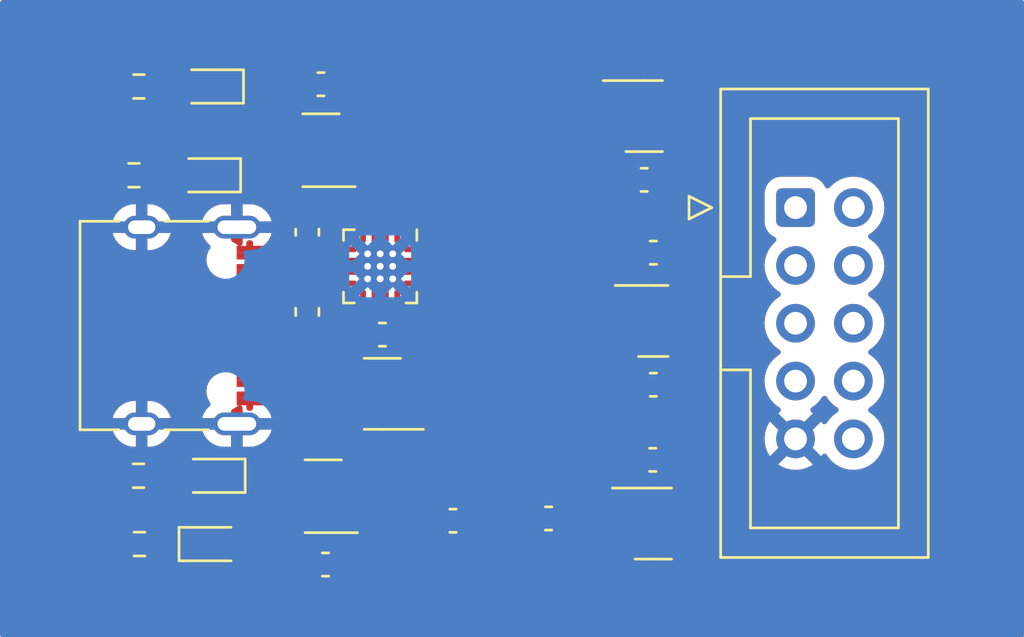
<source format=kicad_pcb>
(kicad_pcb (version 20211014) (generator pcbnew)
  (layers (0 "F.Cu" signal) (31 "B.Cu" signal) (34 "B.Paste" user) (35 "F.Paste" user) (36 "B.SilkS" user "B.Silkscreen") (37 "F.SilkS" user "F.Silkscreen") (38 "B.Mask" user) (39 "F.Mask" user) (44 "Edge.Cuts" user))
  (net 0 "")
  (net 1 "+5V")
  (net 2 "GND")
  (net 3 "+3V3")
  (net 4 "VDD")
  (net 5 "Net-(D1-Pad1)")
  (net 6 "Net-(D1-Pad2)")
  (net 7 "Net-(D2-Pad1)")
  (net 8 "Net-(D2-Pad2)")
  (net 9 "Net-(D3-Pad1)")
  (net 10 "Net-(D3-Pad2)")
  (net 11 "Net-(D4-Pad1)")
  (net 12 "Net-(D4-Pad2)")
  (net 13 "Net-(F1-Pad1)")
  (net 15 "Net-(J1-PadA6)")
  (net 16 "Net-(J1-PadA7)")
  (net 20 "/TXD")
  (net 21 "/RXD")
  (net 22 "/DTR")
  (net 23 "/RTS")
  (net 24 "/DCD")
  (net 25 "/RI")
  (net 26 "/DSR")
  (net 27 "/CTS")
  (net 28 "/ACT")
  (net 29 "Net-(U3-Pad1)")
  (net 30 "Net-(U3-Pad3)")
  (footprint "Resistor_SMD:R_0603_1608Metric" (layer "F.Cu") (at 141.085 83.9 180)
    (fp_text reference "R1" hide)
    (fp_text value "R")
    (fp_line (start -0.237258 -0.5225) (end 0.237258 -0.5225) (layer "F.SilkS") (width 0.12))
    (fp_line (start -0.237258 0.5225) (end 0.237258 0.5225) (layer "F.SilkS") (width 0.12))
    (pad "1" smd roundrect (at -0.825 0 180) (size 0.8 0.95) (layers "F.Cu" "F.Paste" "F.Mask") (net 6 "Net-(D1-Pad2)"))
    (pad "2" smd roundrect (at 0.825 0 180) (size 0.8 0.95) (layers "F.Cu" "F.Paste" "F.Mask") (net 1 "+5V"))
  )
  (footprint "Package_TO_SOT_SMD:SOT-23" (layer "F.Cu") (at 163.7 77.1)
    (fp_text reference "D5" hide)
    (fp_text value "BAV99")
    (fp_line (start 0 -1.56) (end -1.675 -1.56) (layer "F.SilkS") (width 0.12))
    (fp_line (start 0 1.56) (end 0.65 1.56) (layer "F.SilkS") (width 0.12))
    (fp_line (start 0 -1.56) (end 0.65 -1.56) (layer "F.SilkS") (width 0.12))
    (fp_line (start 0 1.56) (end -0.65 1.56) (layer "F.SilkS") (width 0.12))
    (pad "1" smd roundrect (at -0.9375 -0.95) (size 1.475 0.6) (layers "F.Cu" "F.Paste" "F.Mask") (net 2 "GND"))
    (pad "2" smd roundrect (at -0.9375 0.95) (size 1.475 0.6) (layers "F.Cu" "F.Paste" "F.Mask") (net 1 "+5V"))
    (pad "3" smd roundrect (at 0.9375 0) (size 1.475 0.6) (layers "F.Cu" "F.Paste" "F.Mask") (net 4 "VDD"))
  )
  (footprint "LED_SMD:LED_0603_1608Metric" (layer "F.Cu") (at 144.35 86.9)
    (fp_text reference "D4" hide)
    (fp_text value "GNR")
    (fp_line (start -1.485 -0.735) (end -1.485 0.735) (layer "F.SilkS") (width 0.12))
    (fp_line (start -1.485 0.735) (end 0.8 0.735) (layer "F.SilkS") (width 0.12))
    (fp_line (start 0.8 -0.735) (end -1.485 -0.735) (layer "F.SilkS") (width 0.12))
    (pad "1" smd roundrect (at -0.7875 0) (size 0.875 0.95) (layers "F.Cu" "F.Paste" "F.Mask") (net 11 "Net-(D4-Pad1)"))
    (pad "2" smd roundrect (at 0.7875 0) (size 0.875 0.95) (layers "F.Cu" "F.Paste" "F.Mask") (net 12 "Net-(D4-Pad2)"))
  )
  (footprint "LED_SMD:LED_0603_1608Metric" (layer "F.Cu") (at 144.285 83.9 180)
    (fp_text reference "D1" hide)
    (fp_text value "RED")
    (fp_line (start 0.8 -0.735) (end -1.485 -0.735) (layer "F.SilkS") (width 0.12))
    (fp_line (start -1.485 -0.735) (end -1.485 0.735) (layer "F.SilkS") (width 0.12))
    (fp_line (start -1.485 0.735) (end 0.8 0.735) (layer "F.SilkS") (width 0.12))
    (pad "1" smd roundrect (at -0.7875 0 180) (size 0.875 0.95) (layers "F.Cu" "F.Paste" "F.Mask") (net 5 "Net-(D1-Pad1)"))
    (pad "2" smd roundrect (at 0.7875 0 180) (size 0.875 0.95) (layers "F.Cu" "F.Paste" "F.Mask") (net 6 "Net-(D1-Pad2)"))
  )
  (footprint "Resistor_SMD:R_0603_1608Metric" (layer "F.Cu") (at 141.125 86.9 180)
    (fp_text reference "R4" hide)
    (fp_text value "R")
    (fp_line (start -0.237258 -0.5225) (end 0.237258 -0.5225) (layer "F.SilkS") (width 0.12))
    (fp_line (start -0.237258 0.5225) (end 0.237258 0.5225) (layer "F.SilkS") (width 0.12))
    (pad "1" smd roundrect (at -0.825 0 180) (size 0.8 0.95) (layers "F.Cu" "F.Paste" "F.Mask") (net 11 "Net-(D4-Pad1)"))
    (pad "2" smd roundrect (at 0.825 0 180) (size 0.8 0.95) (layers "F.Cu" "F.Paste" "F.Mask") (net 2 "GND"))
  )
  (footprint "Resistor_SMD:R_0603_1608Metric" (layer "F.Cu") (at 141.1 66.8 180)
    (fp_text reference "R3" hide)
    (fp_text value "R")
    (fp_line (start -0.237258 -0.5225) (end 0.237258 -0.5225) (layer "F.SilkS") (width 0.12))
    (fp_line (start -0.237258 0.5225) (end 0.237258 0.5225) (layer "F.SilkS") (width 0.12))
    (pad "1" smd roundrect (at -0.825 0 180) (size 0.8 0.95) (layers "F.Cu" "F.Paste" "F.Mask") (net 10 "Net-(D3-Pad2)"))
    (pad "2" smd roundrect (at 0.825 0 180) (size 0.8 0.95) (layers "F.Cu" "F.Paste" "F.Mask") (net 1 "+5V"))
  )
  (footprint "Capacitor_SMD:C_0603_1608Metric" (layer "F.Cu") (at 151.8 77.7)
    (fp_text reference "C4" hide)
    (fp_text value "100n")
    (fp_line (start -0.14058 -0.51) (end 0.14058 -0.51) (layer "F.SilkS") (width 0.12))
    (fp_line (start -0.14058 0.51) (end 0.14058 0.51) (layer "F.SilkS") (width 0.12))
    (pad "1" smd roundrect (at -0.775 0) (size 0.9 0.95) (layers "F.Cu" "F.Paste" "F.Mask") (net 1 "+5V"))
    (pad "2" smd roundrect (at 0.775 0) (size 0.9 0.95) (layers "F.Cu" "F.Paste" "F.Mask") (net 2 "GND"))
  )
  (footprint "Connector_IDC:IDC-Header_2x05_P2.54mm_Vertical" (layer "F.Cu") (at 169.9475 72.12)
    (fp_text reference "J2" hide)
    (fp_text value "Conn_02x05_Odd_Even")
    (fp_line (start -3.29 15.37) (end -3.29 -5.21) (layer "F.SilkS") (width 0.12))
    (fp_line (start -1.98 3.03) (end -1.98 -3.91) (layer "F.SilkS") (width 0.12))
    (fp_line (start -3.29 3.03) (end -1.98 3.03) (layer "F.SilkS") (width 0.12))
    (fp_line (start -1.98 7.13) (end -3.29 7.13) (layer "F.SilkS") (width 0.12))
    (fp_line (start 4.52 -3.91) (end 4.52 14.07) (layer "F.SilkS") (width 0.12))
    (fp_line (start -3.68 0) (end -4.68 -0.5) (layer "F.SilkS") (width 0.12))
    (fp_line (start -4.68 -0.5) (end -4.68 0.5) (layer "F.SilkS") (width 0.12))
    (fp_line (start -1.98 -3.91) (end 4.52 -3.91) (layer "F.SilkS") (width 0.12))
    (fp_line (start -3.29 -5.21) (end 5.83 -5.21) (layer "F.SilkS") (width 0.12))
    (fp_line (start 4.52 14.07) (end -1.98 14.07) (layer "F.SilkS") (width 0.12))
    (fp_line (start 5.83 -5.21) (end 5.83 15.37) (layer "F.SilkS") (width 0.12))
    (fp_line (start 5.83 15.37) (end -3.29 15.37) (layer "F.SilkS") (width 0.12))
    (fp_line (start -1.98 7.13) (end -1.98 7.13) (layer "F.SilkS") (width 0.12))
    (fp_line (start -1.98 14.07) (end -1.98 7.13) (layer "F.SilkS") (width 0.12))
    (fp_line (start -4.68 0.5) (end -3.68 0) (layer "F.SilkS") (width 0.12))
    (pad "1" thru_hole roundrect (at 0 0) (size 1.7 1.7) (drill 1) (layers *.Cu *.Mask) (roundrect_rratio 0.147059) (net 4 "VDD"))
    (pad "2" thru_hole circle (at 2.54 0) (size 1.7 1.7) (drill 1) (layers *.Cu *.Mask) (net 27 "/CTS"))
    (pad "3" thru_hole circle (at 0 2.54) (size 1.7 1.7) (drill 1) (layers *.Cu *.Mask) (net 20 "/TXD"))
    (pad "4" thru_hole circle (at 2.54 2.54) (size 1.7 1.7) (drill 1) (layers *.Cu *.Mask) (net 26 "/DSR"))
    (pad "5" thru_hole circle (at 0 5.08) (size 1.7 1.7) (drill 1) (layers *.Cu *.Mask) (net 21 "/RXD"))
    (pad "6" thru_hole circle (at 2.54 5.08) (size 1.7 1.7) (drill 1) (layers *.Cu *.Mask) (net 25 "/RI"))
    (pad "7" thru_hole circle (at 0 7.62) (size 1.7 1.7) (drill 1) (layers *.Cu *.Mask) (net 22 "/DTR"))
    (pad "8" thru_hole circle (at 2.54 7.62) (size 1.7 1.7) (drill 1) (layers *.Cu *.Mask) (net 24 "/DCD"))
    (pad "9" thru_hole circle (at 0 10.16) (size 1.7 1.7) (drill 1) (layers *.Cu *.Mask) (net 2 "GND"))
    (pad "10" thru_hole circle (at 2.54 10.16) (size 1.7 1.7) (drill 1) (layers *.Cu *.Mask) (net 23 "/RTS"))
  )
  (footprint "Package_SO:TSOP-6_1.65x3.05mm_P0.95mm" (layer "F.Cu") (at 149.1 69.6 180)
    (fp_text reference "U2" hide)
    (fp_text value "74LVC2G17")
    (fp_line (start 0.8 -1.6) (end -1.5 -1.6) (layer "F.SilkS") (width 0.12))
    (fp_line (start -0.8 1.6) (end 0.8 1.6) (layer "F.SilkS") (width 0.12))
    (pad "1" smd rect (at -1.16 -0.95 180) (size 0.7 0.51) (layers "F.Cu" "F.Paste" "F.Mask") (net 20 "/TXD"))
    (pad "2" smd rect (at -1.16 0 180) (size 0.7 0.51) (layers "F.Cu" "F.Paste" "F.Mask") (net 2 "GND"))
    (pad "3" smd rect (at -1.16 0.95 180) (size 0.7 0.51) (layers "F.Cu" "F.Paste" "F.Mask") (net 4 "VDD"))
    (pad "4" smd rect (at 1.16 0.95 180) (size 0.7 0.51) (layers "F.Cu" "F.Paste" "F.Mask") (net 12 "Net-(D4-Pad2)"))
    (pad "5" smd rect (at 1.16 0 180) (size 0.7 0.51) (layers "F.Cu" "F.Paste" "F.Mask") (net 1 "+5V"))
    (pad "6" smd rect (at 1.16 -0.95 180) (size 0.7 0.51) (layers "F.Cu" "F.Paste" "F.Mask") (net 7 "Net-(D2-Pad1)"))
  )
  (footprint "Capacitor_SMD:C_0603_1608Metric" (layer "F.Cu") (at 163.7 79.9 180)
    (fp_text reference "C6" hide)
    (fp_text value "100n")
    (fp_line (start -0.14058 0.51) (end 0.14058 0.51) (layer "F.SilkS") (width 0.12))
    (fp_line (start -0.14058 -0.51) (end 0.14058 -0.51) (layer "F.SilkS") (width 0.12))
    (pad "1" smd roundrect (at -0.775 0 180) (size 0.9 0.95) (layers "F.Cu" "F.Paste" "F.Mask") (net 4 "VDD"))
    (pad "2" smd roundrect (at 0.775 0 180) (size 0.9 0.95) (layers "F.Cu" "F.Paste" "F.Mask") (net 2 "GND"))
  )
  (footprint "Capacitor_SMD:C_0603_1608Metric" (layer "F.Cu") (at 163.7 74.1 180)
    (fp_text reference "C7" hide)
    (fp_text value "1u")
    (fp_line (start -0.14058 0.51) (end 0.14058 0.51) (layer "F.SilkS") (width 0.12))
    (fp_line (start -0.14058 -0.51) (end 0.14058 -0.51) (layer "F.SilkS") (width 0.12))
    (pad "1" smd roundrect (at -0.775 0 180) (size 0.9 0.95) (layers "F.Cu" "F.Paste" "F.Mask") (net 4 "VDD"))
    (pad "2" smd roundrect (at 0.775 0 180) (size 0.9 0.95) (layers "F.Cu" "F.Paste" "F.Mask") (net 2 "GND"))
  )
  (footprint "Capacitor_SMD:C_0603_1608Metric" (layer "F.Cu") (at 149.3 87.8)
    (fp_text reference "C10" hide)
    (fp_text value "100n")
    (fp_line (start -0.14058 -0.51) (end 0.14058 -0.51) (layer "F.SilkS") (width 0.12))
    (fp_line (start -0.14058 0.51) (end 0.14058 0.51) (layer "F.SilkS") (width 0.12))
    (pad "1" smd roundrect (at -0.775 0) (size 0.9 0.95) (layers "F.Cu" "F.Paste" "F.Mask") (net 1 "+5V"))
    (pad "2" smd roundrect (at 0.775 0) (size 0.9 0.95) (layers "F.Cu" "F.Paste" "F.Mask") (net 2 "GND"))
  )
  (footprint "Fuse:Fuse_0603_1608Metric" (layer "F.Cu") (at 148.5 76.7 -90)
    (fp_text reference "F1" hide)
    (fp_text value "100mA")
    (fp_line (start -0.162779 -0.51) (end 0.162779 -0.51) (layer "F.SilkS") (width 0.12))
    (fp_line (start -0.162779 0.51) (end 0.162779 0.51) (layer "F.SilkS") (width 0.12))
    (pad "1" smd roundrect (at -0.7875 0 270) (size 0.875 0.95) (layers "F.Cu" "F.Paste" "F.Mask") (net 13 "Net-(F1-Pad1)"))
    (pad "2" smd roundrect (at 0.7875 0 270) (size 0.875 0.95) (layers "F.Cu" "F.Paste" "F.Mask") (net 1 "+5V"))
  )
  (footprint "LED_SMD:LED_0603_1608Metric" (layer "F.Cu") (at 144.2125 66.8 180)
    (fp_text reference "D3" hide)
    (fp_text value "BLUE")
    (fp_line (start -1.485 0.735) (end 0.8 0.735) (layer "F.SilkS") (width 0.12))
    (fp_line (start 0.8 -0.735) (end -1.485 -0.735) (layer "F.SilkS") (width 0.12))
    (fp_line (start -1.485 -0.735) (end -1.485 0.735) (layer "F.SilkS") (width 0.12))
    (pad "1" smd roundrect (at -0.7875 0 180) (size 0.875 0.95) (layers "F.Cu" "F.Paste" "F.Mask") (net 9 "Net-(D3-Pad1)"))
    (pad "2" smd roundrect (at 0.7875 0 180) (size 0.875 0.95) (layers "F.Cu" "F.Paste" "F.Mask") (net 10 "Net-(D3-Pad2)"))
  )
  (footprint "Package_SO:TSOP-6_1.65x3.05mm_P0.95mm" (layer "F.Cu") (at 149.2 84.8 180)
    (fp_text reference "U1" hide)
    (fp_text value "74LVC2G17")
    (fp_line (start 0.8 -1.6) (end -1.5 -1.6) (layer "F.SilkS") (width 0.12))
    (fp_line (start -0.8 1.6) (end 0.8 1.6) (layer "F.SilkS") (width 0.12))
    (pad "1" smd rect (at -1.16 -0.95 180) (size 0.7 0.51) (layers "F.Cu" "F.Paste" "F.Mask") (net 28 "/ACT"))
    (pad "2" smd rect (at -1.16 0 180) (size 0.7 0.51) (layers "F.Cu" "F.Paste" "F.Mask") (net 2 "GND"))
    (pad "3" smd rect (at -1.16 0.95 180) (size 0.7 0.51) (layers "F.Cu" "F.Paste" "F.Mask") (net 21 "/RXD"))
    (pad "4" smd rect (at 1.16 0.95 180) (size 0.7 0.51) (layers "F.Cu" "F.Paste" "F.Mask") (net 9 "Net-(D3-Pad1)"))
    (pad "5" smd rect (at 1.16 0 180) (size 0.7 0.51) (layers "F.Cu" "F.Paste" "F.Mask") (net 1 "+5V"))
    (pad "6" smd rect (at 1.16 -0.95 180) (size 0.7 0.51) (layers "F.Cu" "F.Paste" "F.Mask") (net 5 "Net-(D1-Pad1)"))
  )
  (footprint "Resistor_SMD:R_0603_1608Metric" (layer "F.Cu") (at 140.885 70.7 180)
    (fp_text reference "R2" hide)
    (fp_text value "R")
    (fp_line (start -0.237258 -0.5225) (end 0.237258 -0.5225) (layer "F.SilkS") (width 0.12))
    (fp_line (start -0.237258 0.5225) (end 0.237258 0.5225) (layer "F.SilkS") (width 0.12))
    (pad "1" smd roundrect (at -0.825 0 180) (size 0.8 0.95) (layers "F.Cu" "F.Paste" "F.Mask") (net 8 "Net-(D2-Pad2)"))
    (pad "2" smd roundrect (at 0.825 0 180) (size 0.8 0.95) (layers "F.Cu" "F.Paste" "F.Mask") (net 1 "+5V"))
  )
  (footprint "Capacitor_SMD:C_0603_1608Metric" (layer "F.Cu") (at 154.9 85.875)
    (fp_text reference "C1" hide)
    (fp_text value "100n")
    (fp_line (start -0.14058 0.51) (end 0.14058 0.51) (layer "F.SilkS") (width 0.12))
    (fp_line (start -0.14058 -0.51) (end 0.14058 -0.51) (layer "F.SilkS") (width 0.12))
    (pad "1" smd roundrect (at -0.775 0) (size 0.9 0.95) (layers "F.Cu" "F.Paste" "F.Mask") (net 1 "+5V"))
    (pad "2" smd roundrect (at 0.775 0) (size 0.9 0.95) (layers "F.Cu" "F.Paste" "F.Mask") (net 2 "GND"))
  )
  (footprint "Capacitor_SMD:C_0603_1608Metric" (layer "F.Cu") (at 159.1 85.775)
    (fp_text reference "C2" hide)
    (fp_text value "1u")
    (fp_line (start -0.14058 -0.51) (end 0.14058 -0.51) (layer "F.SilkS") (width 0.12))
    (fp_line (start -0.14058 0.51) (end 0.14058 0.51) (layer "F.SilkS") (width 0.12))
    (pad "1" smd roundrect (at -0.775 0) (size 0.9 0.95) (layers "F.Cu" "F.Paste" "F.Mask") (net 1 "+5V"))
    (pad "2" smd roundrect (at 0.775 0) (size 0.9 0.95) (layers "F.Cu" "F.Paste" "F.Mask") (net 2 "GND"))
  )
  (footprint "Package_DFN_QFN:QFN-16-1EP_3x3mm_P0.5mm_EP1.7x1.7mm_ThermalVias" (layer "F.Cu") (at 151.7 74.7 -90)
    (fp_text reference "U4" hide)
    (fp_text value "CH343P")
    (fp_line (start 1.61 1.61) (end 1.61 1.135) (layer "F.SilkS") (width 0.12))
    (fp_line (start 1.135 1.61) (end 1.61 1.61) (layer "F.SilkS") (width 0.12))
    (fp_line (start -1.135 -1.61) (end -1.61 -1.61) (layer "F.SilkS") (width 0.12))
    (fp_line (start 1.61 -1.61) (end 1.61 -1.135) (layer "F.SilkS") (width 0.12))
    (fp_line (start 1.135 -1.61) (end 1.61 -1.61) (layer "F.SilkS") (width 0.12))
    (fp_line (start -1.61 1.61) (end -1.61 1.135) (layer "F.SilkS") (width 0.12))
    (fp_line (start -1.135 1.61) (end -1.61 1.61) (layer "F.SilkS") (width 0.12))
    (pad "1" smd roundrect (at -1.45 -0.75 270) (size 0.8 0.25) (layers "F.Cu" "F.Paste" "F.Mask") (net 4 "VDD"))
    (pad "2" smd roundrect (at -1.45 -0.25 270) (size 0.8 0.25) (layers "F.Cu" "F.Paste" "F.Mask") (net 2 "GND"))
    (pad "3" smd roundrect (at -1.45 0.25 270) (size 0.8 0.25) (layers "F.Cu" "F.Paste" "F.Mask") (net 1 "+5V"))
    (pad "4" smd roundrect (at -1.45 0.75 270) (size 0.8 0.25) (layers "F.Cu" "F.Paste" "F.Mask") (net 20 "/TXD"))
    (pad "5" smd roundrect (at -0.75 1.45 270) (size 0.25 0.8) (layers "F.Cu" "F.Paste" "F.Mask") (net 21 "/RXD"))
    (pad "6" smd roundrect (at -0.25 1.45 270) (size 0.25 0.8) (layers "F.Cu" "F.Paste" "F.Mask") (net 3 "+3V3"))
    (pad "7" smd roundrect (at 0.25 1.45 270) (size 0.25 0.8) (layers "F.Cu" "F.Paste" "F.Mask") (net 29 "Net-(U3-Pad1)"))
    (pad "8" smd roundrect (at 0.75 1.45 270) (size 0.25 0.8) (layers "F.Cu" "F.Paste" "F.Mask") (net 30 "Net-(U3-Pad3)"))
    (pad "9" smd roundrect (at 1.45 0.75 270) (size 0.8 0.25) (layers "F.Cu" "F.Paste" "F.Mask") (net 1 "+5V"))
    (pad "10" smd roundrect (at 1.45 0.25 270) (size 0.8 0.25) (layers "F.Cu" "F.Paste" "F.Mask") (net 28 "/ACT"))
    (pad "11" smd roundrect (at 1.45 -0.25 270) (size 0.8 0.25) (layers "F.Cu" "F.Paste" "F.Mask") (net 24 "/DCD"))
    (pad "12" smd roundrect (at 1.45 -0.75 270) (size 0.8 0.25) (layers "F.Cu" "F.Paste" "F.Mask") (net 22 "/DTR"))
    (pad "13" smd roundrect (at 0.75 -1.45 270) (size 0.25 0.8) (layers "F.Cu" "F.Paste" "F.Mask") (net 23 "/RTS"))
    (pad "14" smd roundrect (at 0.25 -1.45 270) (size 0.25 0.8) (layers "F.Cu" "F.Paste" "F.Mask") (net 26 "/DSR"))
    (pad "15" smd roundrect (at -0.25 -1.45 270) (size 0.25 0.8) (layers "F.Cu" "F.Paste" "F.Mask") (net 27 "/CTS"))
    (pad "16" smd roundrect (at -0.75 -1.45 270) (size 0.25 0.8) (layers "F.Cu" "F.Paste" "F.Mask") (net 25 "/RI"))
    (pad "17" thru_hole circle (at 0 -0.55 270) (size 0.6 0.6) (drill 0.3) (layers *.Cu) (net 2 "GND"))
    (pad "17" thru_hole circle (at 0.55 0 270) (size 0.6 0.6) (drill 0.3) (layers *.Cu) (net 2 "GND"))
    (pad "17" thru_hole circle (at -0.55 0.55 270) (size 0.6 0.6) (drill 0.3) (layers *.Cu) (net 2 "GND"))
    (pad "17" thru_hole circle (at 0.55 -0.55 270) (size 0.6 0.6) (drill 0.3) (layers *.Cu) (net 2 "GND"))
    (pad "17" thru_hole circle (at 0.55 0.55 270) (size 0.6 0.6) (drill 0.3) (layers *.Cu) (net 2 "GND"))
    (pad "17" thru_hole circle (at 0 0.55 270) (size 0.6 0.6) (drill 0.3) (layers *.Cu) (net 2 "GND"))
    (pad "17" smd roundrect (at 0 0 270) (size 1.7 1.7) (layers "F.Cu" "F.Mask") (roundrect_rratio 0.147059) (net 2 "GND"))
    (pad "17" smd roundrect (at 0 0 270) (size 1.7 1.7) (layers "B.Cu") (roundrect_rratio 0.147059) (net 2 "GND"))
    (pad "17" thru_hole circle (at -0.55 0 270) (size 0.6 0.6) (drill 0.3) (layers *.Cu) (net 2 "GND"))
    (pad "17" thru_hole circle (at 0 0 270) (size 0.6 0.6) (drill 0.3) (layers *.Cu) (net 2 "GND"))
    (pad "17" thru_hole circle (at -0.55 -0.55 270) (size 0.6 0.6) (drill 0.3) (layers *.Cu) (net 2 "GND"))
  )
  (footprint "Capacitor_SMD:C_0603_1608Metric" (layer "F.Cu") (at 148.5 73.2 90)
    (fp_text reference "C3" hide)
    (fp_text value "100n")
    (fp_line (start -0.14058 0.51) (end 0.14058 0.51) (layer "F.SilkS") (width 0.12))
    (fp_line (start -0.14058 -0.51) (end 0.14058 -0.51) (layer "F.SilkS") (width 0.12))
    (pad "1" smd roundrect (at -0.775 0 90) (size 0.9 0.95) (layers "F.Cu" "F.Paste" "F.Mask") (net 3 "+3V3"))
    (pad "2" smd roundrect (at 0.775 0 90) (size 0.9 0.95) (layers "F.Cu" "F.Paste" "F.Mask") (net 2 "GND"))
  )
  (footprint "Capacitor_SMD:C_0603_1608Metric" (layer "F.Cu") (at 163.3 70.9 180)
    (fp_text reference "C5" hide)
    (fp_text value "100n")
    (fp_line (start -0.14058 0.51) (end 0.14058 0.51) (layer "F.SilkS") (width 0.12))
    (fp_line (start -0.14058 -0.51) (end 0.14058 -0.51) (layer "F.SilkS") (width 0.12))
    (pad "1" smd roundrect (at -0.775 0 180) (size 0.9 0.95) (layers "F.Cu" "F.Paste" "F.Mask") (net 4 "VDD"))
    (pad "2" smd roundrect (at 0.775 0 180) (size 0.9 0.95) (layers "F.Cu" "F.Paste" "F.Mask") (net 2 "GND"))
  )
  (footprint "LED_SMD:LED_0603_1608Metric" (layer "F.Cu") (at 144.085 70.7 180)
    (fp_text reference "D2" hide)
    (fp_text value "BLUE")
    (fp_line (start -1.485 0.735) (end 0.8 0.735) (layer "F.SilkS") (width 0.12))
    (fp_line (start 0.8 -0.735) (end -1.485 -0.735) (layer "F.SilkS") (width 0.12))
    (fp_line (start -1.485 -0.735) (end -1.485 0.735) (layer "F.SilkS") (width 0.12))
    (pad "1" smd roundrect (at -0.7875 0 180) (size 0.875 0.95) (layers "F.Cu" "F.Paste" "F.Mask") (net 7 "Net-(D2-Pad1)"))
    (pad "2" smd roundrect (at 0.7875 0 180) (size 0.875 0.95) (layers "F.Cu" "F.Paste" "F.Mask") (net 8 "Net-(D2-Pad2)"))
  )
  (footprint "Package_TO_SOT_SMD:SOT-23-6" (layer "F.Cu") (at 163.7 86)
    (fp_text reference "U5" hide)
    (fp_text value "SRV05-4")
    (fp_line (start 0 1.56) (end 0.8 1.56) (layer "F.SilkS") (width 0.12))
    (fp_line (start 0 -1.56) (end 0.8 -1.56) (layer "F.SilkS") (width 0.12))
    (fp_line (start 0 1.56) (end -0.8 1.56) (layer "F.SilkS") (width 0.12))
    (fp_line (start 0 -1.56) (end -1.8 -1.56) (layer "F.SilkS") (width 0.12))
    (pad "1" smd roundrect (at -1.1375 -0.95) (size 1.325 0.6) (layers "F.Cu" "F.Paste" "F.Mask") (net 20 "/TXD"))
    (pad "2" smd roundrect (at -1.1375 0) (size 1.325 0.6) (layers "F.Cu" "F.Paste" "F.Mask") (net 2 "GND"))
    (pad "3" smd roundrect (at -1.1375 0.95) (size 1.325 0.6) (layers "F.Cu" "F.Paste" "F.Mask") (net 21 "/RXD"))
    (pad "4" smd roundrect (at 1.1375 0.95) (size 1.325 0.6) (layers "F.Cu" "F.Paste" "F.Mask") (net 22 "/DTR"))
    (pad "5" smd roundrect (at 1.1375 0) (size 1.325 0.6) (layers "F.Cu" "F.Paste" "F.Mask") (net 4 "VDD"))
    (pad "6" smd roundrect (at 1.1375 -0.95) (size 1.325 0.6) (layers "F.Cu" "F.Paste" "F.Mask") (net 27 "/CTS"))
  )
  (footprint "Capacitor_SMD:C_0603_1608Metric" (layer "F.Cu") (at 149.1 66.7)
    (fp_text reference "C9" hide)
    (fp_text value "100n")
    (fp_line (start -0.14058 -0.51) (end 0.14058 -0.51) (layer "F.SilkS") (width 0.12))
    (fp_line (start -0.14058 0.51) (end 0.14058 0.51) (layer "F.SilkS") (width 0.12))
    (pad "1" smd roundrect (at -0.775 0) (size 0.9 0.95) (layers "F.Cu" "F.Paste" "F.Mask") (net 1 "+5V"))
    (pad "2" smd roundrect (at 0.775 0) (size 0.9 0.95) (layers "F.Cu" "F.Paste" "F.Mask") (net 2 "GND"))
  )
  (footprint "Package_TO_SOT_SMD:SOT-23-6" (layer "F.Cu") (at 163.3 68.1)
    (fp_text reference "U6" hide)
    (fp_text value "SRV05-4")
    (fp_line (start 0 1.56) (end -0.8 1.56) (layer "F.SilkS") (width 0.12))
    (fp_line (start 0 -1.56) (end 0.8 -1.56) (layer "F.SilkS") (width 0.12))
    (fp_line (start 0 1.56) (end 0.8 1.56) (layer "F.SilkS") (width 0.12))
    (fp_line (start 0 -1.56) (end -1.8 -1.56) (layer "F.SilkS") (width 0.12))
    (pad "1" smd roundrect (at -1.1375 -0.95) (size 1.325 0.6) (layers "F.Cu" "F.Paste" "F.Mask") (net 24 "/DCD"))
    (pad "2" smd roundrect (at -1.1375 0) (size 1.325 0.6) (layers "F.Cu" "F.Paste" "F.Mask") (net 2 "GND"))
    (pad "3" smd roundrect (at -1.1375 0.95) (size 1.325 0.6) (layers "F.Cu" "F.Paste" "F.Mask") (net 23 "/RTS"))
    (pad "4" smd roundrect (at 1.1375 0.95) (size 1.325 0.6) (layers "F.Cu" "F.Paste" "F.Mask") (net 26 "/DSR"))
    (pad "5" smd roundrect (at 1.1375 0) (size 1.325 0.6) (layers "F.Cu" "F.Paste" "F.Mask") (net 4 "VDD"))
    (pad "6" smd roundrect (at 1.1375 -0.95) (size 1.325 0.6) (layers "F.Cu" "F.Paste" "F.Mask") (net 25 "/RI"))
  )
  (footprint "Package_TO_SOT_SMD:SOT-23-6" (layer "F.Cu") (at 151.8 80.3 180)
    (fp_text reference "U3" hide)
    (fp_text value "USBLC6-2SC6")
    (fp_line (start 0 1.56) (end -0.8 1.56) (layer "F.SilkS") (width 0.12))
    (fp_line (start 0 -1.56) (end 0.8 -1.56) (layer "F.SilkS") (width 0.12))
    (fp_line (start 0 -1.56) (end -1.8 -1.56) (layer "F.SilkS") (width 0.12))
    (fp_line (start 0 1.56) (end 0.8 1.56) (layer "F.SilkS") (width 0.12))
    (pad "1" smd roundrect (at -1.1375 -0.95 180) (size 1.325 0.6) (layers "F.Cu" "F.Paste" "F.Mask") (net 29 "Net-(U3-Pad1)"))
    (pad "2" smd roundrect (at -1.1375 0 180) (size 1.325 0.6) (layers "F.Cu" "F.Paste" "F.Mask") (net 2 "GND"))
    (pad "3" smd roundrect (at -1.1375 0.95 180) (size 1.325 0.6) (layers "F.Cu" "F.Paste" "F.Mask") (net 30 "Net-(U3-Pad3)"))
    (pad "4" smd roundrect (at 1.1375 0.95 180) (size 1.325 0.6) (layers "F.Cu" "F.Paste" "F.Mask") (net 16 "Net-(J1-PadA7)"))
    (pad "5" smd roundrect (at 1.1375 0 180) (size 1.325 0.6) (layers "F.Cu" "F.Paste" "F.Mask") (net 1 "+5V"))
    (pad "6" smd roundrect (at 1.1375 -0.95 180) (size 1.325 0.6) (layers "F.Cu" "F.Paste" "F.Mask") (net 15 "Net-(J1-PadA6)"))
  )
  (footprint "Capacitor_SMD:C_0603_1608Metric" (layer "F.Cu") (at 163.675 83.2 180)
    (fp_text reference "C8" hide)
    (fp_text value "100n")
    (fp_line (start -0.14058 -0.51) (end 0.14058 -0.51) (layer "F.SilkS") (width 0.12))
    (fp_line (start -0.14058 0.51) (end 0.14058 0.51) (layer "F.SilkS") (width 0.12))
    (pad "1" smd roundrect (at -0.775 0 180) (size 0.9 0.95) (layers "F.Cu" "F.Paste" "F.Mask") (net 4 "VDD"))
    (pad "2" smd roundrect (at 0.775 0 180) (size 0.9 0.95) (layers "F.Cu" "F.Paste" "F.Mask") (net 2 "GND"))
  )
  (footprint "Connector_USB:USB_C_Receptacle_XKB_U262-16XN-4BVC11" (layer "F.Cu") (at 142.3 77.3 -90)
    (fp_text reference "J1" hide)
    (fp_text value "USB_C_Receptacle_USB2.0")
    (fp_line (start 4.58 2.08) (end 4.58 3.785) (layer "F.SilkS") (width 0.12))
    (fp_line (start 4.58 0.07) (end 4.58 -1.85) (layer "F.SilkS") (width 0.12))
    (fp_line (start -4.58 3.785) (end -4.58 2.08) (layer "F.SilkS") (width 0.12))
    (fp_line (start 4.58 3.785) (end -4.58 3.785) (layer "F.SilkS") (width 0.12))
    (fp_line (start -4.58 -1.85) (end -4.58 0.07) (layer "F.SilkS") (width 0.12))
    (pad "" np_thru_hole circle (at 2.89 -2.605 270) (size 0.65 0.65) (drill 0.65) (layers *.Cu *.Mask))
    (pad "" np_thru_hole circle (at -2.89 -2.605 270) (size 0.65 0.65) (drill 0.65) (layers *.Cu *.Mask))
    (pad "A1" smd rect (at -3.35 -3.67 270) (size 0.3 1.15) (layers "F.Cu" "F.Paste" "F.Mask") (net 2 "GND"))
    (pad "A4" smd rect (at -2.55 -3.67 270) (size 0.3 1.15) (layers "F.Cu" "F.Paste" "F.Mask") (net 13 "Net-(F1-Pad1)"))
    (pad "A5" smd rect (at -1.25 -3.67 270) (size 0.3 1.15) (layers "F.Cu" "F.Paste" "F.Mask"))
    (pad "A6" smd rect (at -0.25 -3.67 270) (size 0.3 1.15) (layers "F.Cu" "F.Paste" "F.Mask") (net 15 "Net-(J1-PadA6)"))
    (pad "A7" smd rect (at 0.25 -3.67 270) (size 0.3 1.15) (layers "F.Cu" "F.Paste" "F.Mask") (net 16 "Net-(J1-PadA7)"))
    (pad "A8" smd rect (at 1.25 -3.67 270) (size 0.3 1.15) (layers "F.Cu" "F.Paste" "F.Mask"))
    (pad "A9" smd rect (at 2.55 -3.67 270) (size 0.3 1.15) (layers "F.Cu" "F.Paste" "F.Mask") (net 13 "Net-(F1-Pad1)"))
    (pad "A12" smd rect (at 3.35 -3.67 270) (size 0.3 1.15) (layers "F.Cu" "F.Paste" "F.Mask") (net 2 "GND"))
    (pad "B1" smd rect (at 3.05 -3.67 270) (size 0.3 1.15) (layers "F.Cu" "F.Paste" "F.Mask") (net 2 "GND"))
    (pad "B4" smd rect (at 2.25 -3.67 270) (size 0.3 1.15) (layers "F.Cu" "F.Paste" "F.Mask") (net 13 "Net-(F1-Pad1)"))
    (pad "B5" smd rect (at 1.75 -3.67 270) (size 0.3 1.15) (layers "F.Cu" "F.Paste" "F.Mask"))
    (pad "B6" smd rect (at 0.75 -3.67 270) (size 0.3 1.15) (layers "F.Cu" "F.Paste" "F.Mask") (net 15 "Net-(J1-PadA6)"))
    (pad "B7" smd rect (at -0.75 -3.67 270) (size 0.3 1.15) (layers "F.Cu" "F.Paste" "F.Mask") (net 16 "Net-(J1-PadA7)"))
    (pad "B8" smd rect (at -1.75 -3.67 270) (size 0.3 1.15) (layers "F.Cu" "F.Paste" "F.Mask"))
    (pad "B9" smd rect (at -2.25 -3.67 270) (size 0.3 1.15) (layers "F.Cu" "F.Paste" "F.Mask") (net 13 "Net-(F1-Pad1)"))
    (pad "B12" smd rect (at -3.05 -3.67 270) (size 0.3 1.15) (layers "F.Cu" "F.Paste" "F.Mask") (net 2 "GND"))
    (pad "S1" thru_hole oval (at -4.32 -3.105 270) (size 1 2.1) (drill oval 0.6 1.7) (layers *.Cu *.Mask) (net 2 "GND"))
    (pad "S1" thru_hole oval (at -4.32 1.075 270) (size 1 1.6) (drill oval 0.6 1.2) (layers *.Cu *.Mask) (net 2 "GND"))
    (pad "S1" thru_hole oval (at 4.32 1.075 270) (size 1 1.6) (drill oval 0.6 1.2) (layers *.Cu *.Mask) (net 2 "GND"))
    (pad "S1" thru_hole oval (at 4.32 -3.105 270) (size 1 2.1) (drill oval 0.6 1.7) (layers *.Cu *.Mask) (net 2 "GND"))
  )
  (zone (net 2) (net_name "GND") (layers F&B.Cu) (connect_pads (clearance 0.508)) (min_thickness 0.254) (fill yes (thermal_gap 0.508) (thermal_bridge_width 0.508))
    (polygon (pts (xy 180 91) (xy 135 91) (xy 135 63) (xy 180 63)))
  )
)
</source>
